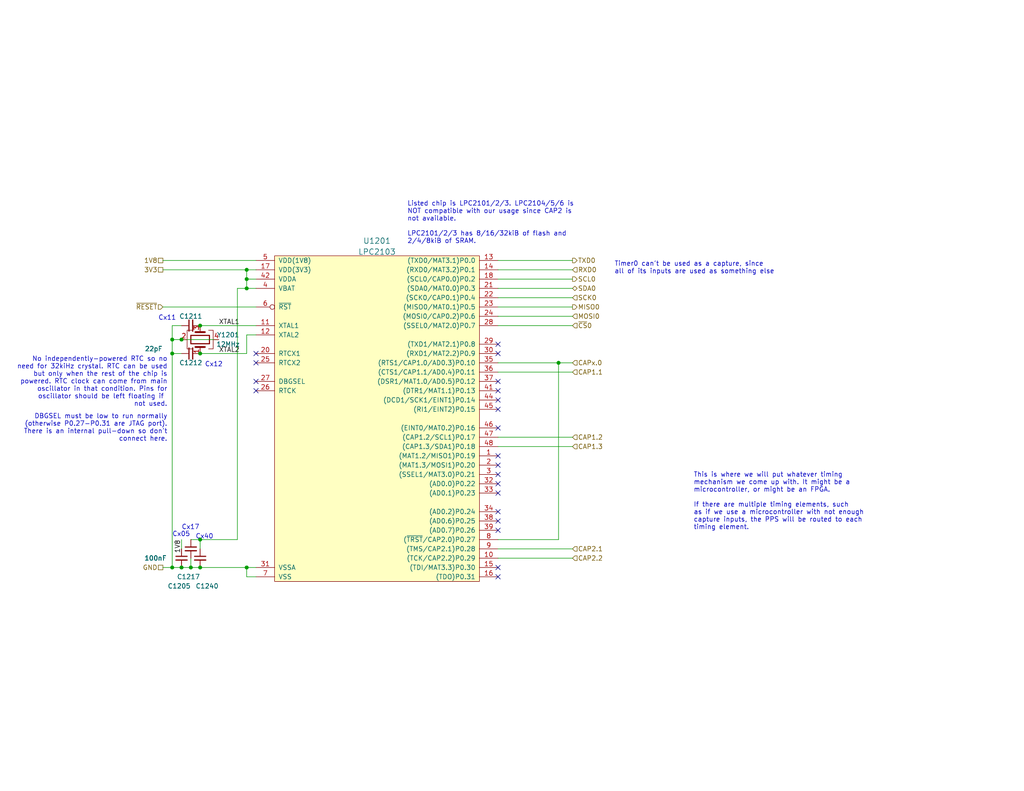
<source format=kicad_sch>
(kicad_sch (version 20211123) (generator eeschema)
  (paper "USLetter")
  (title_block (title "Rollercoasterometer") (date "2022-10-07") (company "Kwan Systems"))
  (lib_symbols
    (symbol "Device:C_Small" (pin_numbers hide) (pin_names (offset 0.254) hide)
      (property "Reference" "C" (at 0.254 1.778 0))
      (property "Value" "C_Small" (at 0.254 -2.032 0))
      (symbol "C_Small_0_1"
        (polyline (pts (xy -1.524 -0.508) (xy 1.524 -0.508)) (stroke (width 0.3302)))
        (polyline (pts (xy -1.524 0.508) (xy 1.524 0.508)) (stroke (width 0.3048)))
      )
      (symbol "C_Small_1_1"
        (pin passive line (at 0 2.54 270) (length 2.032) (name "~") (number "1"))
        (pin passive line (at 0 -2.54 90) (length 2.032) (name "~") (number "2"))
      )
    )
    (symbol "Device:Crystal_GND24" (pin_names (offset 1.016) hide)
      (property "Reference" "Y" (at 3.175 5.08 0))
      (property "Value" "Crystal_GND24" (at 3.175 3.175 0))
      (symbol "Crystal_GND24_0_1"
        (rectangle (start -1.143 2.54) (end 1.143 -2.54) (stroke (width 0.3048)))
        (polyline (pts (xy -2.54 0) (xy -2.032 0)))
        (polyline (pts (xy -2.032 -1.27) (xy -2.032 1.27)) (stroke (width 0.508)))
        (polyline (pts (xy 0 -3.81) (xy 0 -3.556)))
        (polyline (pts (xy 0 3.556) (xy 0 3.81)))
        (polyline (pts (xy 2.032 -1.27) (xy 2.032 1.27)) (stroke (width 0.508)))
        (polyline (pts (xy 2.032 0) (xy 2.54 0)))
        (polyline (pts (xy -2.54 -2.286) (xy -2.54 -3.556) (xy 2.54 -3.556) (xy 2.54 -2.286)))
        (polyline (pts (xy -2.54 2.286) (xy -2.54 3.556) (xy 2.54 3.556) (xy 2.54 2.286)))
      )
      (symbol "Crystal_GND24_1_1"
        (pin passive line (at -3.81 0 0) (length 1.27) (name "1") (number "1"))
        (pin passive line (at 0 5.08 270) (length 1.27) (name "2") (number "2"))
        (pin passive line (at 3.81 0 180) (length 1.27) (name "3") (number "3"))
        (pin passive line (at 0 -5.08 90) (length 1.27) (name "4") (number "4"))
      )
    )
    (symbol "KwanSystems:LPC2103" (pin_names (offset 1.016))
      (property "Reference" "U" (at 59.69 35.56 0))
      (property "Value" "LPC2103" (at 10.16 35.56 0))
      (symbol "LPC2103_0_1"
        (rectangle (start 5.08 34.29) (end 60.96 -54.61) (fill (type background)))
      )
      (symbol "LPC2103_1_1"
        (pin bidirectional line (at 66.04 -20.32 180) (length 5.08) (name "(MAT1.2/MISO1)P0.19") (number "1"))
        (pin bidirectional line (at 66.04 -48.26 180) (length 5.08) (name "(TCK/CAP2.2)P0.29") (number "10"))
        (pin input line (at 0 15.24 0) (length 5.08) (name "XTAL1") (number "11"))
        (pin output line (at 0 12.7 0) (length 5.08) (name "XTAL2") (number "12"))
        (pin bidirectional line (at 66.04 33.02 180) (length 5.08) (name "(TXD0/MAT3.1)P0.0") (number "13"))
        (pin bidirectional line (at 66.04 30.48 180) (length 5.08) (name "(RXD0/MAT3.2)P0.1") (number "14"))
        (pin bidirectional line (at 66.04 -50.8 180) (length 5.08) (name "(TDI/MAT3.3)P0.30") (number "15"))
        (pin bidirectional line (at 66.04 -53.34 180) (length 5.08) (name "(TDO)P0.31") (number "16"))
        (pin power_in line (at 0 30.48 0) (length 5.08) (name "VDD(3V3)") (number "17"))
        (pin bidirectional line (at 66.04 27.94 180) (length 5.08) (name "(SCL0/CAP0.0)P0.2") (number "18"))
        (pin power_in line (at 0 -53.34 0) (length 5.08) hide (name "VSS") (number "19"))
        (pin bidirectional line (at 66.04 -22.86 180) (length 5.08) (name "(MAT1.3/MOSI1)P0.20") (number "2"))
        (pin input line (at 0 7.62 0) (length 5.08) (name "RTCX1") (number "20"))
        (pin bidirectional line (at 66.04 25.4 180) (length 5.08) (name "(SDA0/MAT0.0)P0.3") (number "21"))
        (pin bidirectional line (at 66.04 22.86 180) (length 5.08) (name "(SCK0/CAP0.1)P0.4") (number "22"))
        (pin bidirectional line (at 66.04 20.32 180) (length 5.08) (name "(MISO0/MAT0.1)P0.5") (number "23"))
        (pin bidirectional line (at 66.04 17.78 180) (length 5.08) (name "(MOSI0/CAP0.2)P0.6") (number "24"))
        (pin output line (at 0 5.08 0) (length 5.08) (name "RTCX2") (number "25"))
        (pin bidirectional line (at 0 -2.54 0) (length 5.08) (name "RTCK") (number "26"))
        (pin input line (at 0 0 0) (length 5.08) (name "DBGSEL") (number "27"))
        (pin bidirectional line (at 66.04 15.24 180) (length 5.08) (name "(SSEL0/MAT2.0)P0.7") (number "28"))
        (pin bidirectional line (at 66.04 10.16 180) (length 5.08) (name "(TXD1/MAT2.1)P0.8") (number "29"))
        (pin bidirectional line (at 66.04 -25.4 180) (length 5.08) (name "(SSEL1/MAT3.0)P0.21") (number "3"))
        (pin bidirectional line (at 66.04 7.62 180) (length 5.08) (name "(RXD1/MAT2.2)P0.9") (number "30"))
        (pin power_in line (at 0 -50.8 0) (length 5.08) (name "VSSA") (number "31"))
        (pin bidirectional line (at 66.04 -27.94 180) (length 5.08) (name "(AD0.0)P0.22") (number "32"))
        (pin bidirectional line (at 66.04 -30.48 180) (length 5.08) (name "(AD0.1)P0.23") (number "33"))
        (pin bidirectional line (at 66.04 -35.56 180) (length 5.08) (name "(AD0.2)P0.24") (number "34"))
        (pin bidirectional line (at 66.04 5.08 180) (length 5.08) (name "(RTS1/CAP1.0/AD0.3)P0.10") (number "35"))
        (pin bidirectional line (at 66.04 2.54 180) (length 5.08) (name "(CTS1/CAP1.1/AD0.4)P0.11") (number "36"))
        (pin bidirectional line (at 66.04 0 180) (length 5.08) (name "(DSR1/MAT1.0/AD0.5)P0.12") (number "37"))
        (pin bidirectional line (at 66.04 -38.1 180) (length 5.08) (name "(AD0.6)P0.25") (number "38"))
        (pin bidirectional line (at 66.04 -40.64 180) (length 5.08) (name "(AD0.7)P0.26") (number "39"))
        (pin power_in line (at 0 25.4 0) (length 5.08) (name "VBAT") (number "4"))
        (pin power_in line (at 0 30.48 0) (length 5.08) hide (name "VDD(3V3)") (number "40"))
        (pin bidirectional line (at 66.04 -2.54 180) (length 5.08) (name "(DTR1/MAT1.1)P0.13") (number "41"))
        (pin power_in line (at 0 27.94 0) (length 5.08) (name "VDDA") (number "42"))
        (pin power_in line (at 0 -53.34 0) (length 5.08) hide (name "VSS") (number "43"))
        (pin bidirectional line (at 66.04 -5.08 180) (length 5.08) (name "(DCD1/SCK1/EINT1)P0.14") (number "44"))
        (pin bidirectional line (at 66.04 -7.62 180) (length 5.08) (name "(RI1/EINT2)P0.15") (number "45"))
        (pin bidirectional line (at 66.04 -12.7 180) (length 5.08) (name "(EINT0/MAT0.2)P0.16") (number "46"))
        (pin bidirectional line (at 66.04 -15.24 180) (length 5.08) (name "(CAP1.2/SCL1)P0.17") (number "47"))
        (pin bidirectional line (at 66.04 -17.78 180) (length 5.08) (name "(CAP1.3/SDA1)P0.18") (number "48"))
        (pin power_in line (at 0 33.02 0) (length 5.08) (name "VDD(1V8)") (number "5"))
        (pin bidirectional inverted (at 0 20.32 0) (length 5.08) (name "~{RST}") (number "6"))
        (pin power_in line (at 0 -53.34 0) (length 5.08) (name "VSS") (number "7"))
        (pin bidirectional line (at 66.04 -43.18 180) (length 5.08) (name "(~{TRST}/CAP2.0)P0.27") (number "8"))
        (pin bidirectional line (at 66.04 -45.72 180) (length 5.08) (name "(TMS/CAP2.1)P0.28") (number "9"))
      )
    )
  )
  (junction (at 49.53 92.71))
  (junction (at 46.99 154.94))
  (junction (at 152.4 99.06))
  (junction (at 54.61 147.32))
  (junction (at 54.61 154.94))
  (junction (at 52.07 154.94))
  (junction (at 46.99 92.71))
  (junction (at 46.99 96.52))
  (junction (at 67.31 76.2))
  (junction (at 49.53 154.94))
  (junction (at 67.31 73.66))
  (junction (at 54.61 96.52))
  (junction (at 67.31 78.74))
  (junction (at 54.61 88.9))
  (junction (at 67.31 154.94))
  (no_connect (at 135.89 93.98))
  (no_connect (at 135.89 96.52))
  (no_connect (at 135.89 124.46))
  (no_connect (at 135.89 127))
  (no_connect (at 135.89 129.54))
  (no_connect (at 135.89 132.08))
  (no_connect (at 135.89 134.62))
  (no_connect (at 135.89 139.7))
  (no_connect (at 135.89 142.24))
  (no_connect (at 135.89 104.14))
  (no_connect (at 135.89 106.68))
  (no_connect (at 135.89 111.76))
  (no_connect (at 135.89 116.84))
  (no_connect (at 69.85 104.14))
  (no_connect (at 69.85 99.06))
  (no_connect (at 135.89 154.94))
  (no_connect (at 69.85 96.52))
  (no_connect (at 69.85 106.68))
  (no_connect (at 135.89 157.48))
  (no_connect (at 135.89 144.78))
  (no_connect (at 135.89 109.22))
  (wire (pts (xy 135.89 73.66) (xy 156.21 73.66)))
  (wire (pts (xy 54.61 147.32) (xy 54.61 149.86)))
  (wire (pts (xy 67.31 76.2) (xy 69.85 76.2)))
  (wire (pts (xy 152.4 99.06) (xy 156.21 99.06)))
  (wire (pts (xy 49.53 88.9) (xy 46.99 88.9)))
  (wire (pts (xy 46.99 92.71) (xy 46.99 96.52)))
  (wire (pts (xy 49.53 154.94) (xy 52.07 154.94)))
  (wire (pts (xy 49.53 147.32) (xy 49.53 149.86)))
  (wire (pts (xy 52.07 154.94) (xy 54.61 154.94)))
  (wire (pts (xy 44.45 73.66) (xy 67.31 73.66)))
  (wire (pts (xy 49.53 92.71) (xy 59.69 92.71)))
  (wire (pts (xy 67.31 78.74) (xy 69.85 78.74)))
  (wire (pts (xy 135.89 121.92) (xy 156.21 121.92)))
  (wire (pts (xy 54.61 147.32) (xy 52.07 147.32)))
  (wire (pts (xy 67.31 73.66) (xy 67.31 76.2)))
  (wire (pts (xy 54.61 154.94) (xy 67.31 154.94)))
  (wire (pts (xy 67.31 157.48) (xy 69.85 157.48)))
  (wire (pts (xy 135.89 99.06) (xy 152.4 99.06)))
  (wire (pts (xy 67.31 73.66) (xy 69.85 73.66)))
  (wire (pts (xy 135.89 147.32) (xy 152.4 147.32)))
  (wire (pts (xy 135.89 88.9) (xy 156.21 88.9)))
  (wire (pts (xy 46.99 92.71) (xy 49.53 92.71)))
  (wire (pts (xy 64.77 78.74) (xy 64.77 147.32)))
  (wire (pts (xy 135.89 119.38) (xy 156.21 119.38)))
  (wire (pts (xy 44.45 154.94) (xy 46.99 154.94)))
  (wire (pts (xy 44.45 83.82) (xy 69.85 83.82)))
  (wire (pts (xy 67.31 154.94) (xy 69.85 154.94)))
  (wire (pts (xy 46.99 154.94) (xy 49.53 154.94)))
  (wire (pts (xy 44.45 71.12) (xy 69.85 71.12)))
  (wire (pts (xy 67.31 96.52) (xy 54.61 96.52)))
  (wire (pts (xy 135.89 83.82) (xy 156.21 83.82)))
  (wire (pts (xy 135.89 149.86) (xy 156.21 149.86)))
  (wire (pts (xy 46.99 96.52) (xy 49.53 96.52)))
  (wire (pts (xy 135.89 71.12) (xy 156.21 71.12)))
  (wire (pts (xy 67.31 91.44) (xy 67.31 96.52)))
  (wire (pts (xy 69.85 91.44) (xy 67.31 91.44)))
  (wire (pts (xy 67.31 154.94) (xy 67.31 157.48)))
  (wire (pts (xy 135.89 152.4) (xy 156.21 152.4)))
  (wire (pts (xy 135.89 86.36) (xy 156.21 86.36)))
  (wire (pts (xy 135.89 78.74) (xy 156.21 78.74)))
  (wire (pts (xy 67.31 78.74) (xy 64.77 78.74)))
  (wire (pts (xy 135.89 81.28) (xy 156.21 81.28)))
  (wire (pts (xy 135.89 76.2) (xy 156.21 76.2)))
  (wire (pts (xy 152.4 99.06) (xy 152.4 147.32)))
  (wire (pts (xy 54.61 88.9) (xy 69.85 88.9)))
  (wire (pts (xy 67.31 76.2) (xy 67.31 78.74)))
  (wire (pts (xy 135.89 101.6) (xy 156.21 101.6)))
  (wire (pts (xy 52.07 152.4) (xy 52.07 154.94)))
  (wire (pts (xy 46.99 96.52) (xy 46.99 154.94)))
  (wire (pts (xy 54.61 147.32) (xy 64.77 147.32)))
  (wire (pts (xy 46.99 88.9) (xy 46.99 92.71)))
  (text "No independently-powered RTC so no\nneed for 32kiHz crystal. RTC can be used\nbut only when the rest of the chip is\npowered. RTC clock can come from main\noscillator in that condition. Pins for\noscillator should be left floating if \nnot used." (at 45.72 111.125 0) (effects (font (size 1.27 1.27)) (justify right bottom)))
  (text "Listed chip is LPC2101/2/3. LPC2104/5/6 is \nNOT compatible with our usage since CAP2 is\nnot available.\n\nLPC2101/2/3 has 8/16/32kiB of flash and \n2/4/8kiB of SRAM." (at 111.125 66.675 0) (effects (font (size 1.27 1.27)) (justify left bottom)))
  (text "Cx05" (at 46.99 146.685 0) (effects (font (size 1.27 1.27)) (justify left bottom)))
  (text "Timer0 can't be used as a capture, since\nall of its inputs are used as something else" (at 167.64 74.93 0) (effects (font (size 1.27 1.27)) (justify left bottom)))
  (text "Cx12" (at 55.88 100.33 0) (effects (font (size 1.27 1.27)) (justify left bottom)))
  (text "DBGSEL must be low to run normally\n(otherwise P0.27-P0.31 are JTAG port).\nThere is an internal pull-down so don't\nconnect here." (at 45.72 120.65 0) (effects (font (size 1.27 1.27)) (justify right bottom)))
  (text "Cx17" (at 49.53 144.78 0) (effects (font (size 1.27 1.27)) (justify left bottom)))
  (text "This is where we will put whatever timing\nmechanism we come up with. It might be a\nmicrocontroller, or might be an FPGA.\n\nIf there are multiple timing elements, such\nas if we use a microcontroller with not enough\ncapture inputs, the PPS will be routed to each\ntiming element." (at 189.23 144.78 0) (effects (font (size 1.27 1.27)) (justify left bottom)))
  (text "Cx11" (at 43.18 87.63 0) (effects (font (size 1.27 1.27)) (justify left bottom)))
  (text "Cx40" (at 53.34 147.32 0) (effects (font (size 1.27 1.27)) (justify left bottom)))
  (label "XTAL1" (at 59.69 88.9 0))
  (label "1V8" (at 49.53 147.32 270))
  (label "XTAL2" (at 59.69 96.52 0))
  (hierarchical_label "MOSI0" (shape input) (at 156.21 86.36 0))
  (hierarchical_label "CAPx.0" (shape input) (at 156.21 99.06 0))
  (hierarchical_label "SDA0" (shape bidirectional) (at 156.21 78.74 0))
  (hierarchical_label "3V3" (shape passive) (at 44.45 73.66 180))
  (hierarchical_label "~{RESET}" (shape input) (at 44.45 83.82 180))
  (hierarchical_label "SCL0" (shape output) (at 156.21 76.2 0))
  (hierarchical_label "CAP1.2" (shape input) (at 156.21 119.38 0))
  (hierarchical_label "CAP2.2" (shape input) (at 156.21 152.4 0))
  (hierarchical_label "CAP1.1" (shape input) (at 156.21 101.6 0))
  (hierarchical_label "1V8" (shape passive) (at 44.45 71.12 180))
  (hierarchical_label "CAP2.1" (shape input) (at 156.21 149.86 0))
  (hierarchical_label "SCK0" (shape input) (at 156.21 81.28 0))
  (hierarchical_label "CAP1.3" (shape input) (at 156.21 121.92 0))
  (hierarchical_label "GND" (shape passive) (at 44.45 154.94 180))
  (hierarchical_label "MISO0" (shape output) (at 156.21 83.82 0))
  (hierarchical_label "~{CS}0" (shape input) (at 156.21 88.9 0))
  (hierarchical_label "RXD0" (shape input) (at 156.21 73.66 0))
  (hierarchical_label "TXD0" (shape output) (at 156.21 71.12 0))
  (symbol (lib_id "Device:C_Small") (at 49.53 152.4 0) (unit 1)
    (property "Reference" "C1205" (at 45.72 160.02 0) (effects (justify left)))
    (property "Value" "100nF" (at 39.37 152.4 0) (effects (justify left)))
    (property "Footprint" "Capacitor_SMD:C_0402_1005Metric" (effects hide))
    (property "Digikey" "399-C0402C104K4RAC7411CT-ND" (effects hide))
  )
  (symbol (lib_id "Device:C_Small") (at 52.07 149.86 0) (unit 1)
    (property "Reference" "C1217" (at 48.26 157.48 0) (effects (justify left)))
    (property "Value" "100nF" (at 39.37 152.4 0) (effects (justify left)))
    (property "Footprint" "Capacitor_SMD:C_0402_1005Metric" (effects hide))
    (property "Digikey" "399-C0402C104K4RAC7411CT-ND" (effects hide))
  )
  (symbol (lib_id "Device:Crystal_GND24") (at 54.61 92.71 90) (unit 1)
    (property "Reference" "Y1201" (at 62.23 91.44 90))
    (property "Value" "12MHz" (at 62.23 93.98 90))
    (property "Footprint" "Crystal:Crystal_SMD_Abracon_ABM8G-4Pin_3.2x2.5mm" (effects hide))
    (property "Datasheet" "https://abracon.com/Resonators/ABM8G.pdf" (effects hide))
    (property "Digikey" "535-14128-1-ND" (effects hide))
    (property "Part Number" "ABM8G-12.000MHZ-17-D2Y" (effects hide))
    (property "Load Capacitance" "18pF" (effects hide))
    (property "Temperature Range" "D - -40C ~ +85C" (effects hide))
    (property "Freq Tolerance" "2 - +/-20ppm" (effects hide))
    (property "Freq Stability" "Y - +/-30ppm" (effects hide))
  )
  (symbol (lib_id "Device:C_Small") (at 52.07 96.52 90) (unit 1)
    (property "Reference" "C1212" (at 52.07 99.06 90))
    (property "Value" "22pF" (at 41.91 95.25 90))
    (property "Footprint" "Capacitor_SMD:C_0402_1005Metric" (effects hide))
    (property "Digikey" "399-17554-1-ND" (effects hide))
  )
  (symbol (lib_id "Device:C_Small") (at 52.07 88.9 90) (unit 1)
    (property "Reference" "C1211" (at 52.07 86.36 90))
    (property "Value" "22pF" (at 41.91 95.25 90))
    (property "Footprint" "Capacitor_SMD:C_0402_1005Metric" (effects hide))
    (property "Digikey" "399-17554-1-ND" (effects hide))
  )
  (symbol (lib_id "KwanSystems:LPC2103") (at 69.85 104.14 0) (unit 1)
    (property "Reference" "U1201" (at 102.87 65.7659 0) (effects (font (size 1.524 1.524))))
    (property "Value" "LPC2103" (at 102.87 68.7593 0) (effects (font (size 1.524 1.524))))
    (property "Footprint" "Package_QFP:LQFP-48_7x7mm_P0.5mm" (effects hide))
    (property "Digikey" "568-LPC2103FBD48EL-ND" (effects hide))
    (property "Purpose" "Timer" (effects hide))
  )
  (symbol (lib_id "Device:C_Small") (at 54.61 152.4 0) (unit 1)
    (property "Reference" "C1240" (at 53.34 160.02 0) (effects (justify left)))
    (property "Value" "100nF" (at 39.37 152.4 0) (effects (justify left)))
    (property "Footprint" "Capacitor_SMD:C_0402_1005Metric" (effects hide))
    (property "Digikey" "399-C0402C104K4RAC7411CT-ND" (effects hide))
  )
)
</source>
